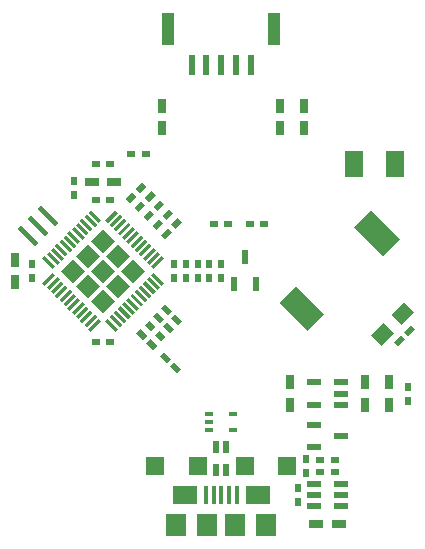
<source format=gbr>
G04 #@! TF.FileFunction,Paste,Bot*
%FSLAX46Y46*%
G04 Gerber Fmt 4.6, Leading zero omitted, Abs format (unit mm)*
G04 Created by KiCad (PCBNEW 4.0.7-e2-6376~58~ubuntu14.04.1) date Wed Aug  8 12:01:23 2018*
%MOMM*%
%LPD*%
G01*
G04 APERTURE LIST*
%ADD10C,0.100000*%
%ADD11R,1.200000X0.600000*%
%ADD12R,0.600000X1.700000*%
%ADD13R,1.000000X2.700000*%
%ADD14R,1.600000X1.600000*%
%ADD15R,0.750000X1.200000*%
%ADD16R,1.200000X0.750000*%
%ADD17R,0.800000X0.500000*%
%ADD18R,0.500000X0.800000*%
%ADD19R,0.600000X1.200000*%
%ADD20R,1.800000X1.900000*%
%ADD21R,2.100000X1.600000*%
%ADD22R,0.400000X1.500000*%
%ADD23R,0.500000X1.000000*%
%ADD24R,0.800000X0.300000*%
%ADD25R,1.500000X2.300000*%
G04 APERTURE END LIST*
D10*
G36*
X114752477Y-74932411D02*
X113267553Y-73447487D01*
X113550395Y-73164645D01*
X115035319Y-74649569D01*
X114752477Y-74932411D01*
X114752477Y-74932411D01*
G37*
G36*
X115601005Y-74083883D02*
X114116081Y-72598959D01*
X114398923Y-72316117D01*
X115883847Y-73801041D01*
X115601005Y-74083883D01*
X115601005Y-74083883D01*
G37*
G36*
X116449533Y-73235355D02*
X114964609Y-71750431D01*
X115247451Y-71467589D01*
X116732375Y-72952513D01*
X116449533Y-73235355D01*
X116449533Y-73235355D01*
G37*
D11*
X140649964Y-96000000D03*
X138349964Y-96000000D03*
X138349964Y-96950000D03*
X138349964Y-95050000D03*
X140649964Y-95050000D03*
X140649964Y-96950000D03*
D12*
X130499964Y-59600000D03*
X131749964Y-59600000D03*
X129249964Y-59600000D03*
X127999964Y-59600000D03*
D13*
X134999964Y-56550000D03*
X125999964Y-56550000D03*
D12*
X132999964Y-59600000D03*
D10*
G36*
X116239646Y-76840901D02*
X115355762Y-75957017D01*
X115567894Y-75744885D01*
X116451778Y-76628769D01*
X116239646Y-76840901D01*
X116239646Y-76840901D01*
G37*
G36*
X116593199Y-76487348D02*
X115709315Y-75603464D01*
X115921447Y-75391332D01*
X116805331Y-76275216D01*
X116593199Y-76487348D01*
X116593199Y-76487348D01*
G37*
G36*
X116946753Y-76133794D02*
X116062869Y-75249910D01*
X116275001Y-75037778D01*
X117158885Y-75921662D01*
X116946753Y-76133794D01*
X116946753Y-76133794D01*
G37*
G36*
X117300306Y-75780241D02*
X116416422Y-74896357D01*
X116628554Y-74684225D01*
X117512438Y-75568109D01*
X117300306Y-75780241D01*
X117300306Y-75780241D01*
G37*
G36*
X117653859Y-75426688D02*
X116769975Y-74542804D01*
X116982107Y-74330672D01*
X117865991Y-75214556D01*
X117653859Y-75426688D01*
X117653859Y-75426688D01*
G37*
G36*
X118007413Y-75073134D02*
X117123529Y-74189250D01*
X117335661Y-73977118D01*
X118219545Y-74861002D01*
X118007413Y-75073134D01*
X118007413Y-75073134D01*
G37*
G36*
X118360966Y-74719581D02*
X117477082Y-73835697D01*
X117689214Y-73623565D01*
X118573098Y-74507449D01*
X118360966Y-74719581D01*
X118360966Y-74719581D01*
G37*
G36*
X118714520Y-74366027D02*
X117830636Y-73482143D01*
X118042768Y-73270011D01*
X118926652Y-74153895D01*
X118714520Y-74366027D01*
X118714520Y-74366027D01*
G37*
G36*
X119068073Y-74012474D02*
X118184189Y-73128590D01*
X118396321Y-72916458D01*
X119280205Y-73800342D01*
X119068073Y-74012474D01*
X119068073Y-74012474D01*
G37*
G36*
X119421626Y-73658921D02*
X118537742Y-72775037D01*
X118749874Y-72562905D01*
X119633758Y-73446789D01*
X119421626Y-73658921D01*
X119421626Y-73658921D01*
G37*
G36*
X119775180Y-73305367D02*
X118891296Y-72421483D01*
X119103428Y-72209351D01*
X119987312Y-73093235D01*
X119775180Y-73305367D01*
X119775180Y-73305367D01*
G37*
G36*
X120128733Y-72951814D02*
X119244849Y-72067930D01*
X119456981Y-71855798D01*
X120340865Y-72739682D01*
X120128733Y-72951814D01*
X120128733Y-72951814D01*
G37*
G36*
X120659063Y-72739682D02*
X121542947Y-71855798D01*
X121755079Y-72067930D01*
X120871195Y-72951814D01*
X120659063Y-72739682D01*
X120659063Y-72739682D01*
G37*
G36*
X121012616Y-73093235D02*
X121896500Y-72209351D01*
X122108632Y-72421483D01*
X121224748Y-73305367D01*
X121012616Y-73093235D01*
X121012616Y-73093235D01*
G37*
G36*
X121366170Y-73446789D02*
X122250054Y-72562905D01*
X122462186Y-72775037D01*
X121578302Y-73658921D01*
X121366170Y-73446789D01*
X121366170Y-73446789D01*
G37*
G36*
X121719723Y-73800342D02*
X122603607Y-72916458D01*
X122815739Y-73128590D01*
X121931855Y-74012474D01*
X121719723Y-73800342D01*
X121719723Y-73800342D01*
G37*
G36*
X122073276Y-74153895D02*
X122957160Y-73270011D01*
X123169292Y-73482143D01*
X122285408Y-74366027D01*
X122073276Y-74153895D01*
X122073276Y-74153895D01*
G37*
G36*
X122426830Y-74507449D02*
X123310714Y-73623565D01*
X123522846Y-73835697D01*
X122638962Y-74719581D01*
X122426830Y-74507449D01*
X122426830Y-74507449D01*
G37*
G36*
X122780383Y-74861002D02*
X123664267Y-73977118D01*
X123876399Y-74189250D01*
X122992515Y-75073134D01*
X122780383Y-74861002D01*
X122780383Y-74861002D01*
G37*
G36*
X123133937Y-75214556D02*
X124017821Y-74330672D01*
X124229953Y-74542804D01*
X123346069Y-75426688D01*
X123133937Y-75214556D01*
X123133937Y-75214556D01*
G37*
G36*
X123487490Y-75568109D02*
X124371374Y-74684225D01*
X124583506Y-74896357D01*
X123699622Y-75780241D01*
X123487490Y-75568109D01*
X123487490Y-75568109D01*
G37*
G36*
X123841043Y-75921662D02*
X124724927Y-75037778D01*
X124937059Y-75249910D01*
X124053175Y-76133794D01*
X123841043Y-75921662D01*
X123841043Y-75921662D01*
G37*
G36*
X124194597Y-76275216D02*
X125078481Y-75391332D01*
X125290613Y-75603464D01*
X124406729Y-76487348D01*
X124194597Y-76275216D01*
X124194597Y-76275216D01*
G37*
G36*
X124548150Y-76628769D02*
X125432034Y-75744885D01*
X125644166Y-75957017D01*
X124760282Y-76840901D01*
X124548150Y-76628769D01*
X124548150Y-76628769D01*
G37*
G36*
X124760282Y-77159099D02*
X125644166Y-78042983D01*
X125432034Y-78255115D01*
X124548150Y-77371231D01*
X124760282Y-77159099D01*
X124760282Y-77159099D01*
G37*
G36*
X124406729Y-77512652D02*
X125290613Y-78396536D01*
X125078481Y-78608668D01*
X124194597Y-77724784D01*
X124406729Y-77512652D01*
X124406729Y-77512652D01*
G37*
G36*
X124053175Y-77866206D02*
X124937059Y-78750090D01*
X124724927Y-78962222D01*
X123841043Y-78078338D01*
X124053175Y-77866206D01*
X124053175Y-77866206D01*
G37*
G36*
X123699622Y-78219759D02*
X124583506Y-79103643D01*
X124371374Y-79315775D01*
X123487490Y-78431891D01*
X123699622Y-78219759D01*
X123699622Y-78219759D01*
G37*
G36*
X123346069Y-78573312D02*
X124229953Y-79457196D01*
X124017821Y-79669328D01*
X123133937Y-78785444D01*
X123346069Y-78573312D01*
X123346069Y-78573312D01*
G37*
G36*
X122992515Y-78926866D02*
X123876399Y-79810750D01*
X123664267Y-80022882D01*
X122780383Y-79138998D01*
X122992515Y-78926866D01*
X122992515Y-78926866D01*
G37*
G36*
X122638962Y-79280419D02*
X123522846Y-80164303D01*
X123310714Y-80376435D01*
X122426830Y-79492551D01*
X122638962Y-79280419D01*
X122638962Y-79280419D01*
G37*
G36*
X122285408Y-79633973D02*
X123169292Y-80517857D01*
X122957160Y-80729989D01*
X122073276Y-79846105D01*
X122285408Y-79633973D01*
X122285408Y-79633973D01*
G37*
G36*
X121931855Y-79987526D02*
X122815739Y-80871410D01*
X122603607Y-81083542D01*
X121719723Y-80199658D01*
X121931855Y-79987526D01*
X121931855Y-79987526D01*
G37*
G36*
X121578302Y-80341079D02*
X122462186Y-81224963D01*
X122250054Y-81437095D01*
X121366170Y-80553211D01*
X121578302Y-80341079D01*
X121578302Y-80341079D01*
G37*
G36*
X121224748Y-80694633D02*
X122108632Y-81578517D01*
X121896500Y-81790649D01*
X121012616Y-80906765D01*
X121224748Y-80694633D01*
X121224748Y-80694633D01*
G37*
G36*
X120871195Y-81048186D02*
X121755079Y-81932070D01*
X121542947Y-82144202D01*
X120659063Y-81260318D01*
X120871195Y-81048186D01*
X120871195Y-81048186D01*
G37*
G36*
X119244849Y-81932070D02*
X120128733Y-81048186D01*
X120340865Y-81260318D01*
X119456981Y-82144202D01*
X119244849Y-81932070D01*
X119244849Y-81932070D01*
G37*
G36*
X118891296Y-81578517D02*
X119775180Y-80694633D01*
X119987312Y-80906765D01*
X119103428Y-81790649D01*
X118891296Y-81578517D01*
X118891296Y-81578517D01*
G37*
G36*
X118537742Y-81224963D02*
X119421626Y-80341079D01*
X119633758Y-80553211D01*
X118749874Y-81437095D01*
X118537742Y-81224963D01*
X118537742Y-81224963D01*
G37*
G36*
X118184189Y-80871410D02*
X119068073Y-79987526D01*
X119280205Y-80199658D01*
X118396321Y-81083542D01*
X118184189Y-80871410D01*
X118184189Y-80871410D01*
G37*
G36*
X117830636Y-80517857D02*
X118714520Y-79633973D01*
X118926652Y-79846105D01*
X118042768Y-80729989D01*
X117830636Y-80517857D01*
X117830636Y-80517857D01*
G37*
G36*
X117477082Y-80164303D02*
X118360966Y-79280419D01*
X118573098Y-79492551D01*
X117689214Y-80376435D01*
X117477082Y-80164303D01*
X117477082Y-80164303D01*
G37*
G36*
X117123529Y-79810750D02*
X118007413Y-78926866D01*
X118219545Y-79138998D01*
X117335661Y-80022882D01*
X117123529Y-79810750D01*
X117123529Y-79810750D01*
G37*
G36*
X116769975Y-79457196D02*
X117653859Y-78573312D01*
X117865991Y-78785444D01*
X116982107Y-79669328D01*
X116769975Y-79457196D01*
X116769975Y-79457196D01*
G37*
G36*
X116416422Y-79103643D02*
X117300306Y-78219759D01*
X117512438Y-78431891D01*
X116628554Y-79315775D01*
X116416422Y-79103643D01*
X116416422Y-79103643D01*
G37*
G36*
X116062869Y-78750090D02*
X116946753Y-77866206D01*
X117158885Y-78078338D01*
X116275001Y-78962222D01*
X116062869Y-78750090D01*
X116062869Y-78750090D01*
G37*
G36*
X115709315Y-78396536D02*
X116593199Y-77512652D01*
X116805331Y-77724784D01*
X115921447Y-78608668D01*
X115709315Y-78396536D01*
X115709315Y-78396536D01*
G37*
G36*
X115355762Y-78042983D02*
X116239646Y-77159099D01*
X116451778Y-77371231D01*
X115567894Y-78255115D01*
X115355762Y-78042983D01*
X115355762Y-78042983D01*
G37*
G36*
X120499964Y-75472650D02*
X119481730Y-74454416D01*
X120499964Y-73436182D01*
X121518198Y-74454416D01*
X120499964Y-75472650D01*
X120499964Y-75472650D01*
G37*
G36*
X117954380Y-78018234D02*
X116936146Y-77000000D01*
X117954380Y-75981766D01*
X118972614Y-77000000D01*
X117954380Y-78018234D01*
X117954380Y-78018234D01*
G37*
G36*
X120499964Y-80563818D02*
X119481730Y-79545584D01*
X120499964Y-78527350D01*
X121518198Y-79545584D01*
X120499964Y-80563818D01*
X120499964Y-80563818D01*
G37*
G36*
X123045548Y-78018234D02*
X122027314Y-77000000D01*
X123045548Y-75981766D01*
X124063782Y-77000000D01*
X123045548Y-78018234D01*
X123045548Y-78018234D01*
G37*
G36*
X119227172Y-76745442D02*
X118208938Y-75727208D01*
X119227172Y-74708974D01*
X120245406Y-75727208D01*
X119227172Y-76745442D01*
X119227172Y-76745442D01*
G37*
G36*
X120499964Y-78018234D02*
X119481730Y-77000000D01*
X120499964Y-75981766D01*
X121518198Y-77000000D01*
X120499964Y-78018234D01*
X120499964Y-78018234D01*
G37*
G36*
X121772756Y-76745442D02*
X120754522Y-75727208D01*
X121772756Y-74708974D01*
X122790990Y-75727208D01*
X121772756Y-76745442D01*
X121772756Y-76745442D01*
G37*
G36*
X121772756Y-79291026D02*
X120754522Y-78272792D01*
X121772756Y-77254558D01*
X122790990Y-78272792D01*
X121772756Y-79291026D01*
X121772756Y-79291026D01*
G37*
G36*
X119227172Y-79291026D02*
X118208938Y-78272792D01*
X119227172Y-77254558D01*
X120245406Y-78272792D01*
X119227172Y-79291026D01*
X119227172Y-79291026D01*
G37*
D14*
X136099964Y-93500000D03*
X132499964Y-93500000D03*
X128499964Y-93500000D03*
X124899964Y-93500000D03*
D15*
X112999964Y-76050000D03*
X112999964Y-77950000D03*
D16*
X119549964Y-69500000D03*
X121449964Y-69500000D03*
D15*
X142699964Y-86450000D03*
X142699964Y-88350000D03*
X136299964Y-86450000D03*
X136299964Y-88350000D03*
X144699964Y-86450000D03*
X144699964Y-88350000D03*
D16*
X138549964Y-98400000D03*
X140449964Y-98400000D03*
D15*
X135499964Y-64950000D03*
X135499964Y-63050000D03*
X137499964Y-64950000D03*
X137499964Y-63050000D03*
X125499964Y-64950000D03*
X125499964Y-63050000D03*
D17*
X132899964Y-73000000D03*
X134099964Y-73000000D03*
X124099964Y-67100000D03*
X122899964Y-67100000D03*
X131099964Y-73000000D03*
X129899964Y-73000000D03*
D18*
X146299964Y-88000000D03*
X146299964Y-86800000D03*
D17*
X119899964Y-71000000D03*
X121099964Y-71000000D03*
D18*
X114499964Y-76400000D03*
X114499964Y-77600000D03*
D10*
G36*
X123316081Y-82269670D02*
X123669634Y-81916117D01*
X124235319Y-82481802D01*
X123881766Y-82835355D01*
X123316081Y-82269670D01*
X123316081Y-82269670D01*
G37*
G36*
X124164609Y-83118198D02*
X124518162Y-82764645D01*
X125083847Y-83330330D01*
X124730294Y-83683883D01*
X124164609Y-83118198D01*
X124164609Y-83118198D01*
G37*
G36*
X125416081Y-80169670D02*
X125769634Y-79816117D01*
X126335319Y-80381802D01*
X125981766Y-80735355D01*
X125416081Y-80169670D01*
X125416081Y-80169670D01*
G37*
G36*
X126264609Y-81018198D02*
X126618162Y-80664645D01*
X127183847Y-81230330D01*
X126830294Y-81583883D01*
X126264609Y-81018198D01*
X126264609Y-81018198D01*
G37*
D17*
X121099964Y-83000000D03*
X119899964Y-83000000D03*
D18*
X127499964Y-76400000D03*
X127499964Y-77600000D03*
X117999964Y-70600000D03*
X117999964Y-69400000D03*
X136999964Y-95400000D03*
X136999964Y-96600000D03*
D10*
G36*
X127083847Y-85330330D02*
X126730294Y-85683883D01*
X126164609Y-85118198D01*
X126518162Y-84764645D01*
X127083847Y-85330330D01*
X127083847Y-85330330D01*
G37*
G36*
X126235319Y-84481802D02*
X125881766Y-84835355D01*
X125316081Y-84269670D01*
X125669634Y-83916117D01*
X126235319Y-84481802D01*
X126235319Y-84481802D01*
G37*
G36*
X125019634Y-73533883D02*
X124666081Y-73180330D01*
X125231766Y-72614645D01*
X125585319Y-72968198D01*
X125019634Y-73533883D01*
X125019634Y-73533883D01*
G37*
G36*
X125868162Y-72685355D02*
X125514609Y-72331802D01*
X126080294Y-71766117D01*
X126433847Y-72119670D01*
X125868162Y-72685355D01*
X125868162Y-72685355D01*
G37*
D17*
X140099964Y-94000000D03*
X138899964Y-94000000D03*
D10*
G36*
X124716081Y-80869670D02*
X125069634Y-80516117D01*
X125635319Y-81081802D01*
X125281766Y-81435355D01*
X124716081Y-80869670D01*
X124716081Y-80869670D01*
G37*
G36*
X125564609Y-81718198D02*
X125918162Y-81364645D01*
X126483847Y-81930330D01*
X126130294Y-82283883D01*
X125564609Y-81718198D01*
X125564609Y-81718198D01*
G37*
G36*
X124016081Y-81569670D02*
X124369634Y-81216117D01*
X124935319Y-81781802D01*
X124581766Y-82135355D01*
X124016081Y-81569670D01*
X124016081Y-81569670D01*
G37*
G36*
X124864609Y-82418198D02*
X125218162Y-82064645D01*
X125783847Y-82630330D01*
X125430294Y-82983883D01*
X124864609Y-82418198D01*
X124864609Y-82418198D01*
G37*
D17*
X121099964Y-68000000D03*
X119899964Y-68000000D03*
D10*
G36*
X124580294Y-70266117D02*
X124933847Y-70619670D01*
X124368162Y-71185355D01*
X124014609Y-70831802D01*
X124580294Y-70266117D01*
X124580294Y-70266117D01*
G37*
G36*
X123731766Y-71114645D02*
X124085319Y-71468198D01*
X123519634Y-72033883D01*
X123166081Y-71680330D01*
X123731766Y-71114645D01*
X123731766Y-71114645D01*
G37*
G36*
X125330294Y-71016117D02*
X125683847Y-71369670D01*
X125118162Y-71935355D01*
X124764609Y-71581802D01*
X125330294Y-71016117D01*
X125330294Y-71016117D01*
G37*
G36*
X124481766Y-71864645D02*
X124835319Y-72218198D01*
X124269634Y-72783883D01*
X123916081Y-72430330D01*
X124481766Y-71864645D01*
X124481766Y-71864645D01*
G37*
G36*
X126830294Y-72516117D02*
X127183847Y-72869670D01*
X126618162Y-73435355D01*
X126264609Y-73081802D01*
X126830294Y-72516117D01*
X126830294Y-72516117D01*
G37*
G36*
X125981766Y-73364645D02*
X126335319Y-73718198D01*
X125769634Y-74283883D01*
X125416081Y-73930330D01*
X125981766Y-73364645D01*
X125981766Y-73364645D01*
G37*
D18*
X128499964Y-77600000D03*
X128499964Y-76400000D03*
X126499964Y-77600000D03*
X126499964Y-76400000D03*
D17*
X138899964Y-93000000D03*
X140099964Y-93000000D03*
D18*
X137699964Y-94100000D03*
X137699964Y-92900000D03*
D10*
G36*
X145469634Y-83383883D02*
X145116081Y-83030330D01*
X145681766Y-82464645D01*
X146035319Y-82818198D01*
X145469634Y-83383883D01*
X145469634Y-83383883D01*
G37*
G36*
X146318162Y-82535355D02*
X145964609Y-82181802D01*
X146530294Y-81616117D01*
X146883847Y-81969670D01*
X146318162Y-82535355D01*
X146318162Y-82535355D01*
G37*
D18*
X129499964Y-76400000D03*
X129499964Y-77600000D03*
X130499964Y-76400000D03*
X130499964Y-77600000D03*
D10*
G36*
X123830294Y-69516117D02*
X124183847Y-69869670D01*
X123618162Y-70435355D01*
X123264609Y-70081802D01*
X123830294Y-69516117D01*
X123830294Y-69516117D01*
G37*
G36*
X122981766Y-70364645D02*
X123335319Y-70718198D01*
X122769634Y-71283883D01*
X122416081Y-70930330D01*
X122981766Y-70364645D01*
X122981766Y-70364645D01*
G37*
D19*
X132499964Y-75850000D03*
X133449964Y-78150000D03*
X131549964Y-78150000D03*
D11*
X140649964Y-91000000D03*
X138349964Y-91950000D03*
X138349964Y-90050000D03*
X140649964Y-87400000D03*
X140649964Y-86450000D03*
X140649964Y-88350000D03*
X138349964Y-88350000D03*
X138349964Y-86450000D03*
D20*
X126699964Y-98500000D03*
X134299964Y-98500000D03*
D21*
X133599964Y-95950000D03*
X127399964Y-95950000D03*
D22*
X131799964Y-96000000D03*
X131149964Y-96000000D03*
X130499964Y-96000000D03*
X129849964Y-96000000D03*
X129199964Y-96000000D03*
D20*
X131699964Y-98500000D03*
X129299964Y-98500000D03*
D23*
X130929964Y-93850000D03*
X130069964Y-93850000D03*
X130069964Y-91950000D03*
X130929964Y-91950000D03*
D24*
X129499964Y-90450000D03*
X129499964Y-89800000D03*
X129499964Y-89150000D03*
X131499964Y-89150000D03*
X131499964Y-90450000D03*
D25*
X145249964Y-68000000D03*
X141749964Y-68000000D03*
D10*
G36*
X144176920Y-75727207D02*
X141772757Y-73323044D01*
X143186970Y-71908831D01*
X145591133Y-74312994D01*
X144176920Y-75727207D01*
X144176920Y-75727207D01*
G37*
G36*
X137812958Y-82091169D02*
X135408795Y-79687006D01*
X136823008Y-78272793D01*
X139227171Y-80676956D01*
X137812958Y-82091169D01*
X137812958Y-82091169D01*
G37*
G36*
X144204469Y-81411611D02*
X145088353Y-82295495D01*
X144027693Y-83356155D01*
X143143809Y-82472271D01*
X144204469Y-81411611D01*
X144204469Y-81411611D01*
G37*
G36*
X145972235Y-79643845D02*
X146856119Y-80527729D01*
X145795459Y-81588389D01*
X144911575Y-80704505D01*
X145972235Y-79643845D01*
X145972235Y-79643845D01*
G37*
M02*

</source>
